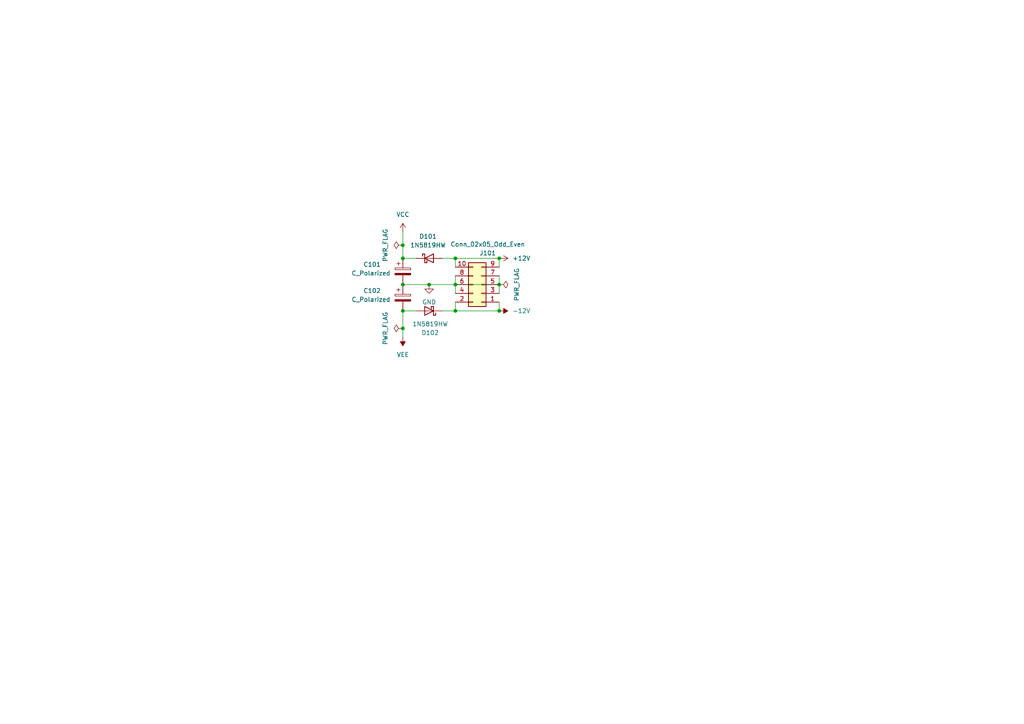
<source format=kicad_sch>
(kicad_sch (version 20231120) (generator "eeschema") (generator_version "8.0")
  (paper "A4")
  (lib_symbols
    (symbol "Connector_Generic:Conn_02x05_Odd_Even" (pin_names (offset 1.016) hide)
      (property "Reference" "J" (at 1.27 7.62 0))
      (property "Value" "Conn_02x05_Odd_Even" (at 1.27 -7.62 0))
      (symbol "Conn_02x05_Odd_Even_1_1"
        (rectangle (start -1.27 -4.953) (end 0 -5.207) (stroke (width 0.1524)))
        (rectangle (start -1.27 -2.413) (end 0 -2.667) (stroke (width 0.1524)))
        (rectangle (start -1.27 0.127) (end 0 -0.127) (stroke (width 0.1524)))
        (rectangle (start -1.27 2.667) (end 0 2.413) (stroke (width 0.1524)))
        (rectangle (start -1.27 5.207) (end 0 4.953) (stroke (width 0.1524)))
        (rectangle (start -1.27 6.35) (end 3.81 -6.35) (stroke (width 0.254)) (fill (type background)))
        (rectangle (start 3.81 -4.953) (end 2.54 -5.207) (stroke (width 0.1524)))
        (rectangle (start 3.81 -2.413) (end 2.54 -2.667) (stroke (width 0.1524)))
        (rectangle (start 3.81 0.127) (end 2.54 -0.127) (stroke (width 0.1524)))
        (rectangle (start 3.81 2.667) (end 2.54 2.413) (stroke (width 0.1524)))
        (rectangle (start 3.81 5.207) (end 2.54 4.953) (stroke (width 0.1524)))
        (pin passive line (at -5.08 5.08 0) (length 3.81) (name "Pin_1") (number "1"))
        (pin passive line (at 7.62 -5.08 180) (length 3.81) (name "Pin_10") (number "10"))
        (pin passive line (at 7.62 5.08 180) (length 3.81) (name "Pin_2") (number "2"))
        (pin passive line (at -5.08 2.54 0) (length 3.81) (name "Pin_3") (number "3"))
        (pin passive line (at 7.62 2.54 180) (length 3.81) (name "Pin_4") (number "4"))
        (pin passive line (at -5.08 0 0) (length 3.81) (name "Pin_5") (number "5"))
        (pin passive line (at 7.62 0 180) (length 3.81) (name "Pin_6") (number "6"))
        (pin passive line (at -5.08 -2.54 0) (length 3.81) (name "Pin_7") (number "7"))
        (pin passive line (at 7.62 -2.54 180) (length 3.81) (name "Pin_8") (number "8"))
        (pin passive line (at -5.08 -5.08 0) (length 3.81) (name "Pin_9") (number "9"))
      )
    )
    (symbol "Device:C_Polarized" (pin_numbers hide) (pin_names (offset 0.254))
      (property "Reference" "C" (at 0.635 2.54 0))
      (property "Value" "C_Polarized" (at 0.635 -2.54 0))
      (symbol "C_Polarized_0_1"
        (rectangle (start -2.286 0.508) (end 2.286 1.016))
        (polyline (pts (xy -1.778 2.286) (xy -0.762 2.286)))
        (polyline (pts (xy -1.27 2.794) (xy -1.27 1.778)))
        (rectangle (start 2.286 -0.508) (end -2.286 -1.016) (fill (type outline)))
      )
      (symbol "C_Polarized_1_1"
        (pin passive line (at 0 3.81 270) (length 2.794) (name "~") (number "1"))
        (pin passive line (at 0 -3.81 90) (length 2.794) (name "~") (number "2"))
      )
    )
    (symbol "Device:D_Schottky" (pin_numbers hide) (pin_names (offset 1.016) hide)
      (property "Reference" "D" (at 0 2.54 0))
      (property "Value" "D_Schottky" (at 0 -2.54 0))
      (symbol "D_Schottky_0_1"
        (polyline (pts (xy 1.27 0) (xy -1.27 0)))
        (polyline (pts (xy 1.27 1.27) (xy 1.27 -1.27) (xy -1.27 0) (xy 1.27 1.27)) (stroke (width 0.254)))
        (polyline (pts (xy -1.905 0.635) (xy -1.905 1.27) (xy -1.27 1.27) (xy -1.27 -1.27) (xy -0.635 -1.27) (xy -0.635 -0.635)) (stroke (width 0.254)))
      )
      (symbol "D_Schottky_1_1"
        (pin passive line (at -3.81 0 0) (length 2.54) (name "K") (number "1"))
        (pin passive line (at 3.81 0 180) (length 2.54) (name "A") (number "2"))
      )
    )
    (symbol "power:+12V" (power) (pin_numbers hide) (pin_names (offset 0) hide)
      (property "Value" "+12V" (at 0 3.556 0))
      (symbol "+12V_0_1"
        (polyline (pts (xy -0.762 1.27) (xy 0 2.54)))
        (polyline (pts (xy 0 0) (xy 0 2.54)))
        (polyline (pts (xy 0 2.54) (xy 0.762 1.27)))
      )
      (symbol "+12V_1_1"
        (pin power_in line (at 0 0 90) (length 0) (name "~") (number "1"))
      )
    )
    (symbol "power:-12V" (power) (pin_numbers hide) (pin_names (offset 0) hide)
      (property "Value" "-12V" (at 0 3.556 0))
      (symbol "-12V_0_0"
        (pin power_in line (at 0 0 90) (length 0) (name "~") (number "1"))
      )
      (symbol "-12V_0_1"
        (polyline (pts (xy 0 0) (xy 0 1.27) (xy 0.762 1.27) (xy 0 2.54) (xy -0.762 1.27) (xy 0 1.27)) (fill (type outline)))
      )
    )
    (symbol "power:GND" (power) (pin_numbers hide) (pin_names (offset 0) hide)
      (property "Value" "GND" (at 0 -3.81 0))
      (symbol "GND_0_1"
        (polyline (pts (xy 0 0) (xy 0 -1.27) (xy 1.27 -1.27) (xy 0 -2.54) (xy -1.27 -1.27) (xy 0 -1.27)))
      )
      (symbol "GND_1_1"
        (pin power_in line (at 0 0 270) (length 0) (name "~") (number "1"))
      )
    )
    (symbol "power:PWR_FLAG" (power) (pin_numbers hide) (pin_names (offset 0) hide)
      (property "Value" "PWR_FLAG" (at 0 3.81 0))
      (symbol "PWR_FLAG_0_0"
        (pin power_out line (at 0 0 90) (length 0) (name "~") (number "1"))
      )
      (symbol "PWR_FLAG_0_1"
        (polyline (pts (xy 0 0) (xy 0 1.27) (xy -1.016 1.905) (xy 0 2.54) (xy 1.016 1.905) (xy 0 1.27)))
      )
    )
    (symbol "power:VCC" (power) (pin_numbers hide) (pin_names (offset 0) hide)
      (property "Value" "VCC" (at 0 3.556 0))
      (symbol "VCC_0_1"
        (polyline (pts (xy -0.762 1.27) (xy 0 2.54)))
        (polyline (pts (xy 0 0) (xy 0 2.54)))
        (polyline (pts (xy 0 2.54) (xy 0.762 1.27)))
      )
      (symbol "VCC_1_1"
        (pin power_in line (at 0 0 90) (length 0) (name "~") (number "1"))
      )
    )
    (symbol "power:VEE" (power) (pin_numbers hide) (pin_names (offset 0) hide)
      (property "Value" "VEE" (at 0 3.556 0))
      (symbol "VEE_0_1"
        (polyline (pts (xy 0 0) (xy 0 2.54)))
        (polyline (pts (xy 0.762 1.27) (xy -0.762 1.27) (xy 0 2.54) (xy 0.762 1.27)) (fill (type outline)))
      )
      (symbol "VEE_1_1"
        (pin power_in line (at 0 0 90) (length 0) (name "~") (number "1"))
      )
    )
  )
  (junction (at 144.78 90.17))
  (junction (at 116.84 95.25))
  (junction (at 124.46 82.55))
  (junction (at 132.08 90.17))
  (junction (at 144.78 74.93))
  (junction (at 132.08 74.93))
  (junction (at 116.84 82.55))
  (junction (at 132.08 82.55))
  (junction (at 116.84 71.12))
  (junction (at 116.84 90.17))
  (junction (at 144.78 82.55))
  (junction (at 116.84 74.93))
  (wire (pts (xy 116.84 67.31) (xy 116.84 71.12)))
  (wire (pts (xy 132.08 74.93) (xy 132.08 77.47)))
  (wire (pts (xy 116.84 82.55) (xy 124.46 82.55)))
  (wire (pts (xy 116.84 95.25) (xy 116.84 90.17)))
  (wire (pts (xy 124.46 82.55) (xy 132.08 82.55)))
  (wire (pts (xy 128.27 74.93) (xy 132.08 74.93)))
  (wire (pts (xy 132.08 74.93) (xy 144.78 74.93)))
  (wire (pts (xy 144.78 82.55) (xy 144.78 85.09)))
  (wire (pts (xy 144.78 87.63) (xy 144.78 90.17)))
  (wire (pts (xy 132.08 82.55) (xy 132.08 85.09)))
  (wire (pts (xy 144.78 80.01) (xy 144.78 82.55)))
  (wire (pts (xy 132.08 87.63) (xy 132.08 90.17)))
  (wire (pts (xy 116.84 90.17) (xy 120.65 90.17)))
  (wire (pts (xy 132.08 82.55) (xy 144.78 82.55)))
  (wire (pts (xy 116.84 97.79) (xy 116.84 95.25)))
  (wire (pts (xy 132.08 80.01) (xy 132.08 82.55)))
  (wire (pts (xy 128.27 90.17) (xy 132.08 90.17)))
  (wire (pts (xy 116.84 71.12) (xy 116.84 74.93)))
  (wire (pts (xy 116.84 74.93) (xy 120.65 74.93)))
  (wire (pts (xy 132.08 90.17) (xy 144.78 90.17)))
  (wire (pts (xy 144.78 77.47) (xy 144.78 74.93)))
  (symbol (lib_id "Device:D_Schottky") (at 124.46 90.17 180) (unit 1)
    (property "Reference" "D102" (at 124.7775 96.52 0))
    (property "Value" "1N5819HW" (at 124.7775 93.98 0))
    (property "Footprint" "Diode_SMD:D_SOD-123" (effects (hide yes)))
    (property "Description" "Schottky diode" (effects (hide yes)))
  )
  (symbol (lib_id "Connector_Generic:Conn_02x05_Odd_Even") (at 139.7 82.55 180) (unit 1)
    (property "Reference" "J101" (at 141.478 73.406 0))
    (property "Value" "Conn_02x05_Odd_Even" (at 141.478 70.866 0))
    (property "Footprint" "Connector_PinHeader_2.54mm:PinHeader_2x05_P2.54mm_Vertical" (effects (hide yes)))
    (property "Description" "Generic connector, double row, 02x05, odd/even pin numbering scheme (row 1 odd numbers, row 2 even numbers), script generated (kicad-library-utils/schlib/autogen/connector/)" (effects (hide yes)))
  )
  (symbol (lib_id "power:VEE") (at 116.84 97.79 180) (unit 1)
    (property "Reference" "#PWR0102" (effects (hide yes)))
    (property "Value" "VEE" (at 116.84 102.87 0))
    (property "Description" "Power symbol creates a global label with name \"VEE\"" (effects (hide yes)))
  )
  (symbol (lib_id "power:+12V") (at 144.78 74.93 270) (unit 1)
    (property "Reference" "#PWR0104" (effects (hide yes)))
    (property "Value" "+12V" (at 148.59 74.9299 90) (effects (justify left)))
    (property "Description" "Power symbol creates a global label with name \"+12V\"" (effects (hide yes)))
  )
  (symbol (lib_id "Device:C_Polarized") (at 116.84 86.36 0) (unit 1)
    (property "Reference" "C102" (at 110.49 84.328 0) (effects (justify right)))
    (property "Value" "C_Polarized" (at 113.284 86.868 0) (effects (justify right)))
    (property "Footprint" "Capacitor_SMD:CP_Elec_4x3" (effects (hide yes)))
    (property "Description" "Polarized capacitor" (effects (hide yes)))
  )
  (symbol (lib_id "power:PWR_FLAG") (at 116.84 95.25 90) (unit 1)
    (property "Reference" "#FLG0102" (effects (hide yes)))
    (property "Value" "PWR_FLAG" (at 111.76 95.25 0))
    (property "Description" "Special symbol for telling ERC where power comes from" (effects (hide yes)))
  )
  (symbol (lib_id "Device:D_Schottky") (at 124.46 74.93 0) (unit 1)
    (property "Reference" "D101" (at 124.1425 68.58 0))
    (property "Value" "1N5819HW" (at 124.1425 71.12 0))
    (property "Footprint" "Diode_SMD:D_SOD-123" (effects (hide yes)))
    (property "Description" "Schottky diode" (effects (hide yes)))
  )
  (symbol (lib_id "power:VCC") (at 116.84 67.31 0) (unit 1)
    (property "Reference" "#PWR0101" (effects (hide yes)))
    (property "Value" "VCC" (at 116.84 62.23 0))
    (property "Description" "Power symbol creates a global label with name \"VCC\"" (effects (hide yes)))
  )
  (symbol (lib_id "power:PWR_FLAG") (at 116.84 71.12 90) (mirror x) (unit 1)
    (property "Reference" "#FLG0101" (effects (hide yes)))
    (property "Value" "PWR_FLAG" (at 111.76 71.12 0))
    (property "Description" "Special symbol for telling ERC where power comes from" (effects (hide yes)))
  )
  (symbol (lib_id "power:-12V") (at 144.78 90.17 270) (unit 1)
    (property "Reference" "#PWR0105" (effects (hide yes)))
    (property "Value" "-12V" (at 148.59 90.1699 90) (effects (justify left)))
    (property "Description" "Power symbol creates a global label with name \"-12V\"" (effects (hide yes)))
  )
  (symbol (lib_id "Device:C_Polarized") (at 116.84 78.74 0) (unit 1)
    (property "Reference" "C101" (at 110.49 76.708 0) (effects (justify right)))
    (property "Value" "C_Polarized" (at 113.284 79.248 0) (effects (justify right)))
    (property "Footprint" "Capacitor_SMD:CP_Elec_4x3" (effects (hide yes)))
    (property "Description" "Polarized capacitor" (effects (hide yes)))
  )
  (symbol (lib_id "power:PWR_FLAG") (at 144.78 82.55 270) (unit 1)
    (property "Reference" "#FLG0103" (effects (hide yes)))
    (property "Value" "PWR_FLAG" (at 149.86 82.55 0))
    (property "Description" "Special symbol for telling ERC where power comes from" (effects (hide yes)))
  )
  (symbol (lib_id "power:GND") (at 124.46 82.55 0) (mirror y) (unit 1)
    (property "Reference" "#PWR0103" (effects (hide yes)))
    (property "Value" "GND" (at 124.46 87.63 0))
    (property "Description" "Power symbol creates a global label with name \"GND\" , ground" (effects (hide yes)))
  )
  (sheet (at 19.05 222.885) (size 100.965 55.245) (stroke (width 0.1524))
    (property "Sheetname" "Oscillator 1" (at 19.05 222.1734 0) (effects (justify left bottom)))
    (property "Sheetfile" "oscillator.kicad_sch" (at 19.05 278.7146 0) (effects (justify left top)))
  )
  (sheet (at 20.32 289.56) (size 100.965 55.245) (stroke (width 0.1524))
    (property "Sheetname" "Oscillator 2" (at 20.32 288.8484 0) (effects (justify left bottom)))
    (property "Sheetfile" "oscillator.kicad_sch" (at 20.32 345.3896 0) (effects (justify left top)))
  )
  (sheet (at 24.13 483.87) (size 100.965 55.245) (stroke (width 0.1524))
    (property "Sheetname" "Oscillator 5" (at 24.13 483.1584 0) (effects (justify left bottom)))
    (property "Sheetfile" "oscillator.kicad_sch" (at 24.13 539.6996 0) (effects (justify left top)))
  )
  (sheet (at 25.4 547.37) (size 100.965 55.245) (stroke (width 0.1524))
    (property "Sheetname" "Oscillator 6" (at 25.4 546.6584 0) (effects (justify left bottom)))
    (property "Sheetfile" "oscillator.kicad_sch" (at 25.4 603.1996 0) (effects (justify left top)))
  )
  (sheet (at 21.59 356.87) (size 100.965 55.245) (stroke (width 0.1524))
    (property "Sheetname" "Oscillator 3" (at 21.59 356.1584 0) (effects (justify left bottom)))
    (property "Sheetfile" "oscillator.kicad_sch" (at 21.59 412.6996 0) (effects (justify left top)))
  )
  (sheet (at 22.86 420.37) (size 100.965 55.245) (stroke (width 0.1524))
    (property "Sheetname" "Oscillator 4" (at 22.86 419.6584 0) (effects (justify left bottom)))
    (property "Sheetfile" "oscillator.kicad_sch" (at 22.86 476.1996 0) (effects (justify left top)))
  )
)
</source>
